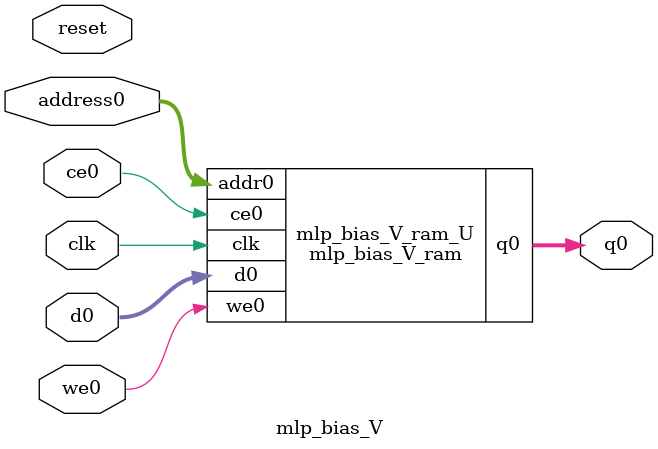
<source format=v>
`timescale 1 ns / 1 ps
module mlp_bias_V_ram (addr0, ce0, d0, we0, q0,  clk);

parameter DWIDTH = 12;
parameter AWIDTH = 8;
parameter MEM_SIZE = 198;

input[AWIDTH-1:0] addr0;
input ce0;
input[DWIDTH-1:0] d0;
input we0;
output reg[DWIDTH-1:0] q0;
input clk;

reg [DWIDTH-1:0] ram[0:MEM_SIZE-1];




always @(posedge clk)  
begin 
    if (ce0) begin
        if (we0) 
            ram[addr0] <= d0; 
        q0 <= ram[addr0];
    end
end


endmodule

`timescale 1 ns / 1 ps
module mlp_bias_V(
    reset,
    clk,
    address0,
    ce0,
    we0,
    d0,
    q0);

parameter DataWidth = 32'd12;
parameter AddressRange = 32'd198;
parameter AddressWidth = 32'd8;
input reset;
input clk;
input[AddressWidth - 1:0] address0;
input ce0;
input we0;
input[DataWidth - 1:0] d0;
output[DataWidth - 1:0] q0;



mlp_bias_V_ram mlp_bias_V_ram_U(
    .clk( clk ),
    .addr0( address0 ),
    .ce0( ce0 ),
    .we0( we0 ),
    .d0( d0 ),
    .q0( q0 ));

endmodule


</source>
